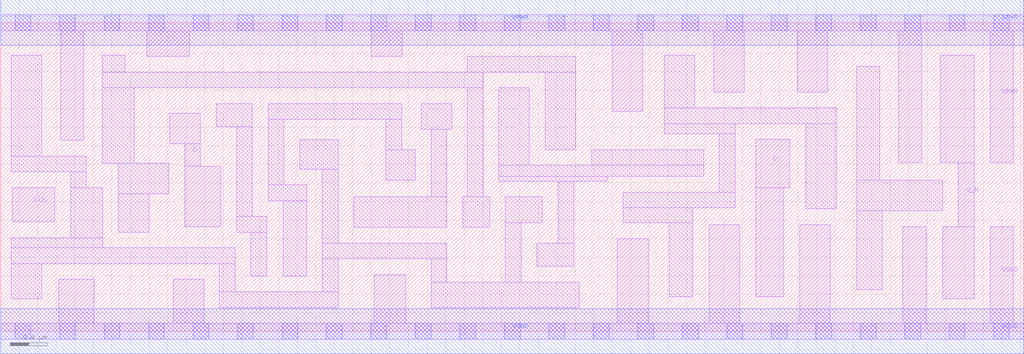
<source format=lef>
# Copyright 2020 The SkyWater PDK Authors
#
# Licensed under the Apache License, Version 2.0 (the "License");
# you may not use this file except in compliance with the License.
# You may obtain a copy of the License at
#
#     https://www.apache.org/licenses/LICENSE-2.0
#
# Unless required by applicable law or agreed to in writing, software
# distributed under the License is distributed on an "AS IS" BASIS,
# WITHOUT WARRANTIES OR CONDITIONS OF ANY KIND, either express or implied.
# See the License for the specific language governing permissions and
# limitations under the License.
#
# SPDX-License-Identifier: Apache-2.0

VERSION 5.7 ;
  NAMESCASESENSITIVE ON ;
  NOWIREEXTENSIONATPIN ON ;
  DIVIDERCHAR "/" ;
  BUSBITCHARS "[]" ;
UNITS
  DATABASE MICRONS 200 ;
END UNITS
MACRO sky130_fd_sc_hs__dfxbp_2
  CLASS CORE ;
  SOURCE USER ;
  FOREIGN sky130_fd_sc_hs__dfxbp_2 ;
  ORIGIN  0.000000  0.000000 ;
  SIZE  11.04000 BY  3.330000 ;
  SYMMETRY X Y ;
  SITE unit ;
  PIN D
    ANTENNAGATEAREA  0.126000 ;
    DIRECTION INPUT ;
    USE SIGNAL ;
    PORT
      LAYER li1 ;
        RECT 1.825000 2.025000 2.155000 2.355000 ;
        RECT 1.985000 1.125000 2.375000 1.780000 ;
        RECT 1.985000 1.780000 2.155000 2.025000 ;
    END
  END D
  PIN Q
    ANTENNADIFFAREA  0.543200 ;
    DIRECTION OUTPUT ;
    USE SIGNAL ;
    PORT
      LAYER li1 ;
        RECT 8.145000 0.370000 8.450000 1.550000 ;
        RECT 8.145000 1.550000 8.515000 2.070000 ;
    END
  END Q
  PIN Q_N
    ANTENNADIFFAREA  0.543200 ;
    DIRECTION OUTPUT ;
    USE SIGNAL ;
    PORT
      LAYER li1 ;
        RECT 10.140000 1.820000 10.505000 2.980000 ;
        RECT 10.165000 0.350000 10.505000 1.130000 ;
        RECT 10.335000 1.130000 10.505000 1.820000 ;
    END
  END Q_N
  PIN CLK
    ANTENNAGATEAREA  0.279000 ;
    DIRECTION INPUT ;
    USE CLOCK ;
    PORT
      LAYER li1 ;
        RECT 0.125000 1.180000 0.585000 1.550000 ;
    END
  END CLK
  PIN VGND
    DIRECTION INOUT ;
    USE GROUND ;
    PORT
      LAYER li1 ;
        RECT  0.000000 -0.085000 11.040000 0.085000 ;
        RECT  0.625000  0.085000  1.010000 0.560000 ;
        RECT  1.860000  0.085000  2.190000 0.560000 ;
        RECT  4.030000  0.085000  4.370000 0.610000 ;
        RECT  6.655000  0.085000  6.985000 1.000000 ;
        RECT  7.645000  0.085000  7.975000 1.150000 ;
        RECT  8.620000  0.085000  8.950000 1.150000 ;
        RECT  9.735000  0.085000  9.985000 1.130000 ;
        RECT 10.675000  0.085000 10.925000 1.130000 ;
      LAYER mcon ;
        RECT  0.155000 -0.085000  0.325000 0.085000 ;
        RECT  0.635000 -0.085000  0.805000 0.085000 ;
        RECT  1.115000 -0.085000  1.285000 0.085000 ;
        RECT  1.595000 -0.085000  1.765000 0.085000 ;
        RECT  2.075000 -0.085000  2.245000 0.085000 ;
        RECT  2.555000 -0.085000  2.725000 0.085000 ;
        RECT  3.035000 -0.085000  3.205000 0.085000 ;
        RECT  3.515000 -0.085000  3.685000 0.085000 ;
        RECT  3.995000 -0.085000  4.165000 0.085000 ;
        RECT  4.475000 -0.085000  4.645000 0.085000 ;
        RECT  4.955000 -0.085000  5.125000 0.085000 ;
        RECT  5.435000 -0.085000  5.605000 0.085000 ;
        RECT  5.915000 -0.085000  6.085000 0.085000 ;
        RECT  6.395000 -0.085000  6.565000 0.085000 ;
        RECT  6.875000 -0.085000  7.045000 0.085000 ;
        RECT  7.355000 -0.085000  7.525000 0.085000 ;
        RECT  7.835000 -0.085000  8.005000 0.085000 ;
        RECT  8.315000 -0.085000  8.485000 0.085000 ;
        RECT  8.795000 -0.085000  8.965000 0.085000 ;
        RECT  9.275000 -0.085000  9.445000 0.085000 ;
        RECT  9.755000 -0.085000  9.925000 0.085000 ;
        RECT 10.235000 -0.085000 10.405000 0.085000 ;
        RECT 10.715000 -0.085000 10.885000 0.085000 ;
      LAYER met1 ;
        RECT 0.000000 -0.245000 11.040000 0.245000 ;
    END
  END VGND
  PIN VPWR
    DIRECTION INOUT ;
    USE POWER ;
    PORT
      LAYER li1 ;
        RECT  0.000000 3.245000 11.040000 3.415000 ;
        RECT  0.645000 2.060000  0.895000 3.245000 ;
        RECT  1.575000 2.965000  2.035000 3.245000 ;
        RECT  4.000000 2.965000  4.330000 3.245000 ;
        RECT  6.600000 2.375000  6.930000 3.245000 ;
        RECT  7.695000 2.580000  8.025000 3.245000 ;
        RECT  8.595000 2.580000  8.925000 3.245000 ;
        RECT  9.690000 1.820000  9.940000 3.245000 ;
        RECT 10.675000 1.820000 10.925000 3.245000 ;
      LAYER mcon ;
        RECT  0.155000 3.245000  0.325000 3.415000 ;
        RECT  0.635000 3.245000  0.805000 3.415000 ;
        RECT  1.115000 3.245000  1.285000 3.415000 ;
        RECT  1.595000 3.245000  1.765000 3.415000 ;
        RECT  2.075000 3.245000  2.245000 3.415000 ;
        RECT  2.555000 3.245000  2.725000 3.415000 ;
        RECT  3.035000 3.245000  3.205000 3.415000 ;
        RECT  3.515000 3.245000  3.685000 3.415000 ;
        RECT  3.995000 3.245000  4.165000 3.415000 ;
        RECT  4.475000 3.245000  4.645000 3.415000 ;
        RECT  4.955000 3.245000  5.125000 3.415000 ;
        RECT  5.435000 3.245000  5.605000 3.415000 ;
        RECT  5.915000 3.245000  6.085000 3.415000 ;
        RECT  6.395000 3.245000  6.565000 3.415000 ;
        RECT  6.875000 3.245000  7.045000 3.415000 ;
        RECT  7.355000 3.245000  7.525000 3.415000 ;
        RECT  7.835000 3.245000  8.005000 3.415000 ;
        RECT  8.315000 3.245000  8.485000 3.415000 ;
        RECT  8.795000 3.245000  8.965000 3.415000 ;
        RECT  9.275000 3.245000  9.445000 3.415000 ;
        RECT  9.755000 3.245000  9.925000 3.415000 ;
        RECT 10.235000 3.245000 10.405000 3.415000 ;
        RECT 10.715000 3.245000 10.885000 3.415000 ;
      LAYER met1 ;
        RECT 0.000000 3.085000 11.040000 3.575000 ;
    END
  END VPWR
  OBS
    LAYER li1 ;
      RECT 0.115000 0.350000  0.445000 0.730000 ;
      RECT 0.115000 0.730000  2.530000 0.900000 ;
      RECT 0.115000 0.900000  1.100000 1.010000 ;
      RECT 0.115000 1.720000  0.925000 1.890000 ;
      RECT 0.115000 1.890000  0.445000 2.980000 ;
      RECT 0.755000 1.010000  1.100000 1.550000 ;
      RECT 0.755000 1.550000  0.925000 1.720000 ;
      RECT 1.095000 1.815000  1.440000 2.625000 ;
      RECT 1.095000 2.625000  5.205000 2.795000 ;
      RECT 1.095000 2.795000  1.345000 2.980000 ;
      RECT 1.270000 1.070000  1.600000 1.485000 ;
      RECT 1.270000 1.485000  1.815000 1.815000 ;
      RECT 2.325000 2.205000  2.715000 2.455000 ;
      RECT 2.360000 0.255000  3.640000 0.425000 ;
      RECT 2.360000 0.425000  2.530000 0.730000 ;
      RECT 2.545000 1.070000  2.870000 1.240000 ;
      RECT 2.545000 1.240000  2.715000 2.205000 ;
      RECT 2.700000 0.595000  2.870000 1.070000 ;
      RECT 2.885000 1.410000  3.300000 1.580000 ;
      RECT 2.885000 1.580000  3.055000 2.285000 ;
      RECT 2.885000 2.285000  4.325000 2.455000 ;
      RECT 3.050000 0.595000  3.300000 1.410000 ;
      RECT 3.225000 1.750000  3.640000 2.065000 ;
      RECT 3.470000 0.425000  3.640000 0.780000 ;
      RECT 3.470000 0.780000  4.815000 0.950000 ;
      RECT 3.470000 0.950000  3.640000 1.750000 ;
      RECT 3.810000 1.120000  4.815000 1.450000 ;
      RECT 4.155000 1.630000  4.475000 1.960000 ;
      RECT 4.155000 1.960000  4.325000 2.285000 ;
      RECT 4.535000 2.180000  4.865000 2.455000 ;
      RECT 4.645000 0.255000  6.240000 0.530000 ;
      RECT 4.645000 0.530000  4.815000 0.780000 ;
      RECT 4.645000 1.450000  4.815000 2.180000 ;
      RECT 4.985000 1.120000  5.275000 1.450000 ;
      RECT 5.035000 1.450000  5.205000 2.625000 ;
      RECT 5.035000 2.795000  6.205000 2.965000 ;
      RECT 5.375000 1.620000  6.545000 1.670000 ;
      RECT 5.375000 1.670000  7.585000 1.790000 ;
      RECT 5.375000 1.790000  5.705000 2.625000 ;
      RECT 5.445000 0.530000  5.615000 1.170000 ;
      RECT 5.445000 1.170000  5.845000 1.450000 ;
      RECT 5.785000 0.700000  6.185000 0.950000 ;
      RECT 5.875000 1.960000  6.205000 2.795000 ;
      RECT 6.015000 0.950000  6.185000 1.620000 ;
      RECT 6.375000 1.790000  7.585000 1.960000 ;
      RECT 6.715000 1.170000  7.465000 1.330000 ;
      RECT 6.715000 1.330000  7.925000 1.500000 ;
      RECT 7.160000 2.130000  7.925000 2.240000 ;
      RECT 7.160000 2.240000  9.015000 2.410000 ;
      RECT 7.160000 2.410000  7.490000 2.980000 ;
      RECT 7.215000 0.370000  7.465000 1.170000 ;
      RECT 7.755000 1.500000  7.925000 2.130000 ;
      RECT 8.685000 1.320000  9.015000 2.240000 ;
      RECT 9.235000 0.450000  9.510000 1.300000 ;
      RECT 9.235000 1.300000 10.165000 1.630000 ;
      RECT 9.235000 1.630000  9.485000 2.860000 ;
  END
END sky130_fd_sc_hs__dfxbp_2

</source>
